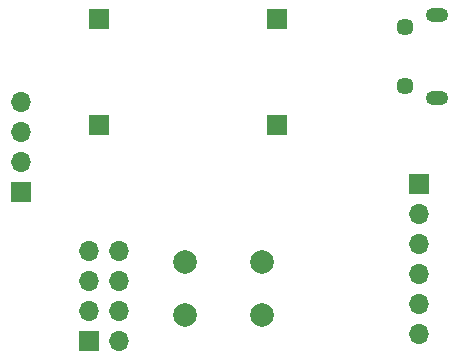
<source format=gbr>
%TF.GenerationSoftware,KiCad,Pcbnew,7.0.9-7.0.9~ubuntu22.04.1*%
%TF.CreationDate,2023-12-22T13:51:19+00:00*%
%TF.ProjectId,wifi_temp_sensor,77696669-5f74-4656-9d70-5f73656e736f,rev?*%
%TF.SameCoordinates,Original*%
%TF.FileFunction,Soldermask,Bot*%
%TF.FilePolarity,Negative*%
%FSLAX46Y46*%
G04 Gerber Fmt 4.6, Leading zero omitted, Abs format (unit mm)*
G04 Created by KiCad (PCBNEW 7.0.9-7.0.9~ubuntu22.04.1) date 2023-12-22 13:51:19*
%MOMM*%
%LPD*%
G01*
G04 APERTURE LIST*
%ADD10R,1.700000X1.700000*%
%ADD11O,1.700000X1.700000*%
%ADD12C,2.000000*%
%ADD13O,1.900000X1.200000*%
%ADD14C,1.450000*%
G04 APERTURE END LIST*
D10*
%TO.C,J4*%
X211455000Y-43180000D03*
D11*
X211455000Y-45720000D03*
X211455000Y-48260000D03*
X211455000Y-50800000D03*
X211455000Y-53340000D03*
X211455000Y-55880000D03*
%TD*%
%TO.C,J3*%
X177755000Y-36235000D03*
X177755000Y-38775000D03*
X177755000Y-41315000D03*
D10*
X177755000Y-43855000D03*
%TD*%
D12*
%TO.C,SW1*%
X198120000Y-49820000D03*
X191620000Y-49820000D03*
X198120000Y-54320000D03*
X191620000Y-54320000D03*
%TD*%
D10*
%TO.C,J8*%
X184390000Y-38210000D03*
%TD*%
%TO.C,J6*%
X199390000Y-38210000D03*
%TD*%
D11*
%TO.C,J2*%
X186055000Y-48895000D03*
X183515000Y-48895000D03*
X186055000Y-51435000D03*
X183515000Y-51435000D03*
X186055000Y-53975000D03*
X183515000Y-53975000D03*
X186055000Y-56515000D03*
D10*
X183515000Y-56515000D03*
%TD*%
D13*
%TO.C,J1*%
X212962500Y-28917500D03*
D14*
X210262500Y-34917500D03*
D13*
X212962500Y-35917500D03*
D14*
X210262500Y-29917500D03*
%TD*%
D10*
%TO.C,5VIN1*%
X199390000Y-29210000D03*
%TD*%
%TO.C,3_3VOUT1*%
X184390000Y-29210000D03*
%TD*%
M02*

</source>
